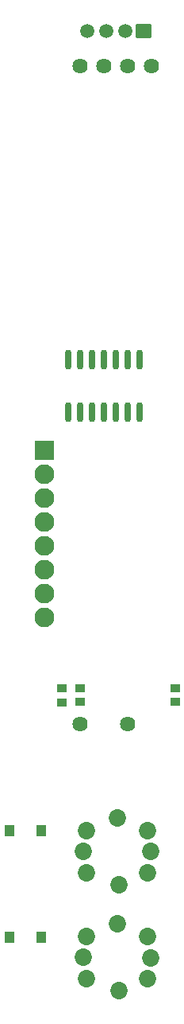
<source format=gbs>
G04 Layer: BottomSolderMaskLayer*
G04 EasyEDA v6.5.29, 2023-07-16 15:11:24*
G04 69541b314f914e7eb76376b61f0081d1,5a6b42c53f6a479593ecc07194224c93,10*
G04 Gerber Generator version 0.2*
G04 Scale: 100 percent, Rotated: No, Reflected: No *
G04 Dimensions in millimeters *
G04 leading zeros omitted , absolute positions ,4 integer and 5 decimal *
%FSLAX45Y45*%
%MOMM*%

%AMMACRO1*1,1,$1,$2,$3*1,1,$1,$4,$5*1,1,$1,0-$2,0-$3*1,1,$1,0-$4,0-$5*20,1,$1,$2,$3,$4,$5,0*20,1,$1,$4,$5,0-$2,0-$3,0*20,1,$1,0-$2,0-$3,0-$4,0-$5,0*20,1,$1,0-$4,0-$5,$2,$3,0*4,1,4,$2,$3,$4,$5,0-$2,0-$3,0-$4,0-$5,$2,$3,0*%
%ADD10O,0.6755891999999999X2.1395944*%
%ADD11MACRO1,0.1016X-0.475X-0.575X0.475X-0.575*%
%ADD12MACRO1,0.1016X0.432X0.4032X-0.432X0.4032*%
%ADD13MACRO1,0.1016X0.432X-0.4032X-0.432X-0.4032*%
%ADD14C,1.5016*%
%ADD15MACRO1,0.1016X0.762X-0.7X-0.762X-0.7*%
%ADD16C,1.8532*%
%ADD17C,1.6256*%
%ADD18MACRO1,0.1016X-1X1X1X1*%
%ADD19C,2.1016*%

%LPD*%
D10*
G01*
X977900Y7693710D03*
G01*
X1104900Y7693710D03*
G01*
X1231900Y7693710D03*
G01*
X1358900Y7693710D03*
G01*
X1485900Y7693710D03*
G01*
X1612900Y7693710D03*
G01*
X1739900Y7693710D03*
G01*
X977900Y7139889D03*
G01*
X1104900Y7139889D03*
G01*
X1231900Y7139889D03*
G01*
X1358900Y7139889D03*
G01*
X1485900Y7139889D03*
G01*
X1612900Y7139889D03*
G01*
X1739900Y7139889D03*
D11*
G01*
X351459Y1549400D03*
G01*
X689940Y1549400D03*
G01*
X351459Y2679700D03*
G01*
X689940Y2679700D03*
D12*
G01*
X914400Y4049475D03*
D13*
G01*
X914400Y4200124D03*
D12*
G01*
X2120900Y4052175D03*
D13*
G01*
X2120900Y4202824D03*
D12*
G01*
X1104900Y4052175D03*
D13*
G01*
X1104900Y4202824D03*
D14*
G01*
X1185900Y11188674D03*
G01*
X1385900Y11188674D03*
G01*
X1585899Y11188674D03*
D15*
G01*
X1785896Y11188677D03*
D16*
G01*
X1828800Y2235200D03*
G01*
X1178788Y2235200D03*
G01*
X1828800Y2685211D03*
G01*
X1178788Y2685211D03*
G01*
X1503806Y2820187D03*
G01*
X1863801Y2460193D03*
G01*
X1524000Y2108200D03*
G01*
X1143000Y2463800D03*
G01*
X1828800Y1104900D03*
G01*
X1178788Y1104900D03*
G01*
X1828800Y1554911D03*
G01*
X1178788Y1554911D03*
G01*
X1503806Y1689887D03*
G01*
X1863801Y1329893D03*
G01*
X1524000Y977900D03*
G01*
X1143000Y1333500D03*
D17*
G01*
X1104900Y10819180D03*
G01*
X1358900Y10819180D03*
G01*
X1612900Y10819180D03*
G01*
X1866900Y10819180D03*
G01*
X1612900Y3819194D03*
G01*
X1104900Y3819194D03*
D18*
G01*
X723900Y6731000D03*
D19*
G01*
X723900Y6477000D03*
G01*
X723900Y6223000D03*
G01*
X723900Y5969000D03*
G01*
X723900Y5715000D03*
G01*
X723900Y5461000D03*
G01*
X723900Y5207000D03*
G01*
X723900Y4953000D03*
M02*

</source>
